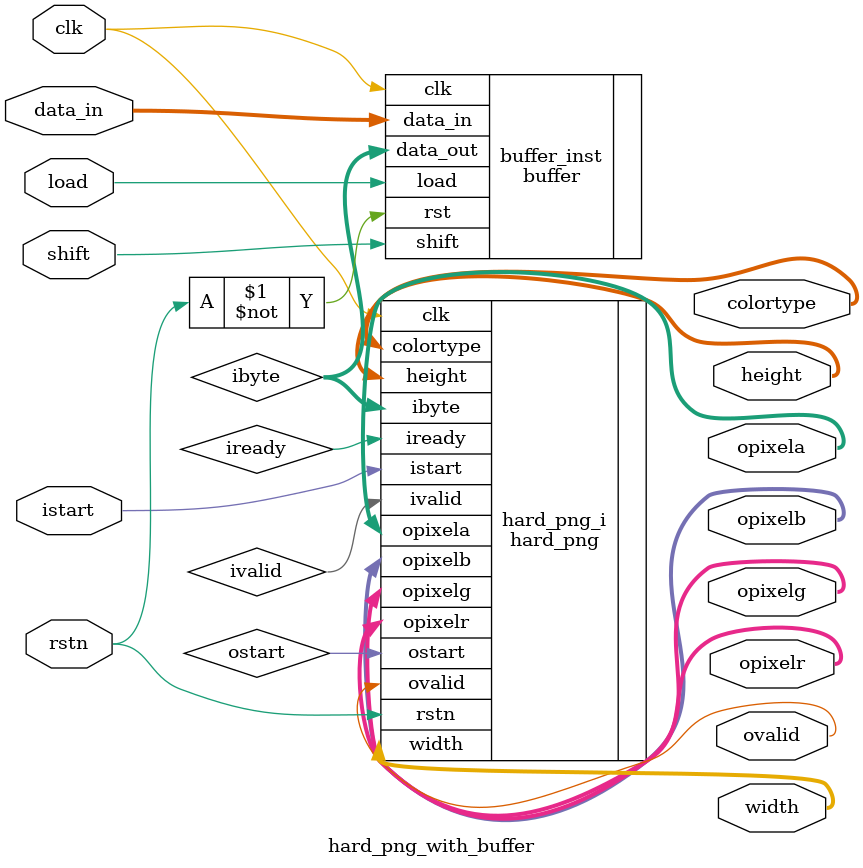
<source format=v>
module hard_png_with_buffer (
    input wire rstn,
    input wire clk,
    input wire load,         // Signal to load data into the buffer
    input wire shift,        // Signal to shift data out of the buffer
    input wire istart,
    input wire [551:0] data_in,  // 336-bit input packet from NIC
    output wire [2:0] colortype,
    output wire [13:0] width,
    output wire [31:0] height,
    output wire [7:0] opixelr, opixelg, opixelb, opixela,
    output wire ovalid
);

    wire [7:0] ibyte;        // 8-bit data output from the buffer, connected to PNG decoder input
    wire iready, ivalid; // Control signals for the PNG decoder
    
    // Instantiate the buffer module
    buffer buffer_inst (
        .clk(clk),
        .rst(~rstn),          // Active-high reset in buffer, but active-low in PNG
        .load(load),          // Load signal for the buffer
        .shift(shift),        // Shift signal to shift out 8 bits
        .data_in(data_in),    // 336-bit data input from NIC
        .data_out(ibyte)      // 8-bit output to PNG decoder
    );

    // Instantiate the original PNG decoder
    hard_png hard_png_i (
        .rstn      (rstn),     // Reset
        .clk       (clk),      // Clock
        .istart    (istart),   // Start signal
        .ivalid    (ivalid),   // Input valid
        .iready    (iready),   // Ready for new data
        .ibyte     (ibyte),    // 8-bit data from the buffer
        // Image size outputs
        .ostart    (ostart),   // PNG decoder output start
        .colortype (colortype),
        .width     (width),
        .height    (height),
        // Decoded pixel data
        .ovalid    (ovalid),
        .opixelr   (opixelr),
        .opixelg   (opixelg),
        .opixelb   (opixelb),
        .opixela   (opixela)
    );

endmodule


</source>
